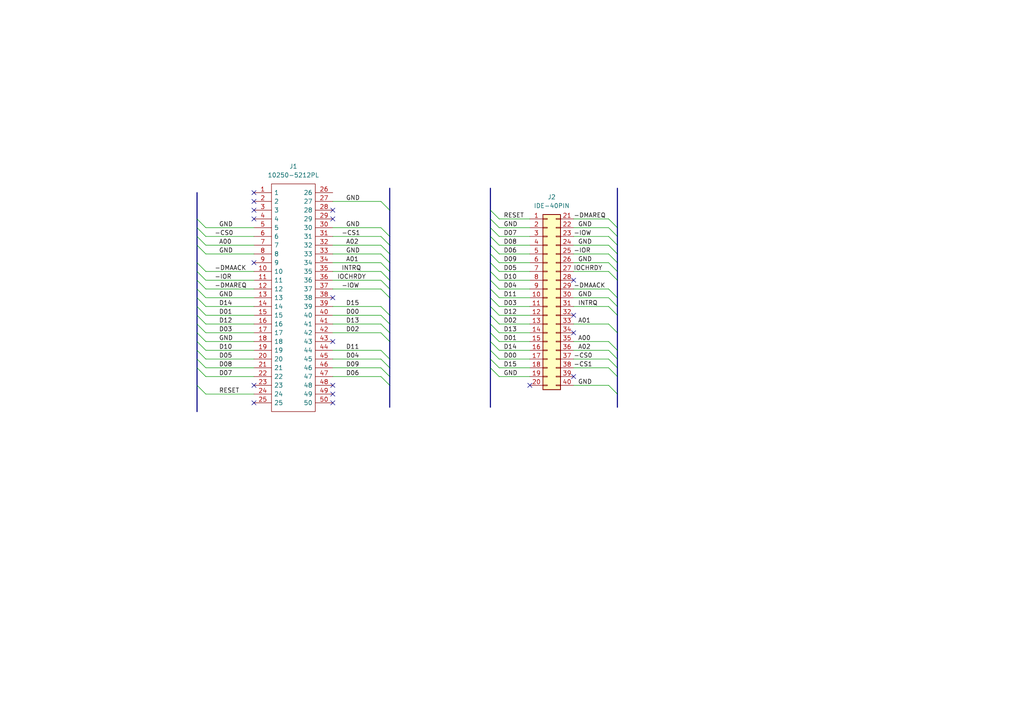
<source format=kicad_sch>
(kicad_sch (version 20211123) (generator eeschema)
  (paper "A4")
  (lib_symbols
    (symbol "Connector:10250-5212PL" (pin_names (offset 0.762))
      (property "Reference" "J1" (at 11.43 7.62 0))
      (property "Value" "10250-5212PL" (at 11.43 5.08 0))
      (symbol "10250-5212PL_0_0"
        (pin passive line (at 0 0 0) (length 5.08) (name "1") (number "1"))
        (pin passive line (at 0 -22.86 0) (length 5.08) (name "10") (number "10"))
        (pin passive line (at 0 -25.4 0) (length 5.08) (name "11") (number "11"))
        (pin passive line (at 0 -27.94 0) (length 5.08) (name "12") (number "12"))
        (pin passive line (at 0 -30.48 0) (length 5.08) (name "13") (number "13"))
        (pin passive line (at 0 -33.02 0) (length 5.08) (name "14") (number "14"))
        (pin passive line (at 0 -35.56 0) (length 5.08) (name "15") (number "15"))
        (pin passive line (at 0 -38.1 0) (length 5.08) (name "16") (number "16"))
        (pin passive line (at 0 -40.64 0) (length 5.08) (name "17") (number "17"))
        (pin passive line (at 0 -43.18 0) (length 5.08) (name "18") (number "18"))
        (pin passive line (at 0 -45.72 0) (length 5.08) (name "19") (number "19"))
        (pin passive line (at 0 -2.54 0) (length 5.08) (name "2") (number "2"))
        (pin passive line (at 0 -48.26 0) (length 5.08) (name "20") (number "20"))
        (pin passive line (at 0 -50.8 0) (length 5.08) (name "21") (number "21"))
        (pin passive line (at 0 -53.34 0) (length 5.08) (name "22") (number "22"))
        (pin passive line (at 0 -55.88 0) (length 5.08) (name "23") (number "23"))
        (pin passive line (at 0 -58.42 0) (length 5.08) (name "24") (number "24"))
        (pin passive line (at 0 -60.96 0) (length 5.08) (name "25") (number "25"))
        (pin passive line (at 22.86 0 180) (length 5.08) (name "26") (number "26"))
        (pin passive line (at 22.86 -2.54 180) (length 5.08) (name "27") (number "27"))
        (pin passive line (at 22.86 -5.08 180) (length 5.08) (name "28") (number "28"))
        (pin passive line (at 22.86 -7.62 180) (length 5.08) (name "29") (number "29"))
        (pin passive line (at 0 -5.08 0) (length 5.08) (name "3") (number "3"))
        (pin passive line (at 22.86 -10.16 180) (length 5.08) (name "30") (number "30"))
        (pin passive line (at 22.86 -12.7 180) (length 5.08) (name "31") (number "31"))
        (pin passive line (at 22.86 -15.24 180) (length 5.08) (name "32") (number "32"))
        (pin passive line (at 22.86 -17.78 180) (length 5.08) (name "33") (number "33"))
        (pin passive line (at 22.86 -20.32 180) (length 5.08) (name "34") (number "34"))
        (pin passive line (at 22.86 -22.86 180) (length 5.08) (name "35") (number "35"))
        (pin passive line (at 22.86 -25.4 180) (length 5.08) (name "36") (number "36"))
        (pin passive line (at 22.86 -27.94 180) (length 5.08) (name "37") (number "37"))
        (pin passive line (at 22.86 -30.48 180) (length 5.08) (name "38") (number "38"))
        (pin passive line (at 22.86 -33.02 180) (length 5.08) (name "39") (number "39"))
        (pin passive line (at 0 -7.62 0) (length 5.08) (name "4") (number "4"))
        (pin passive line (at 22.86 -35.56 180) (length 5.08) (name "40") (number "40"))
        (pin passive line (at 22.86 -38.1 180) (length 5.08) (name "41") (number "41"))
        (pin passive line (at 22.86 -40.64 180) (length 5.08) (name "42") (number "42"))
        (pin passive line (at 22.86 -43.18 180) (length 5.08) (name "43") (number "43"))
        (pin passive line (at 22.86 -45.72 180) (length 5.08) (name "44") (number "44"))
        (pin passive line (at 22.86 -48.26 180) (length 5.08) (name "45") (number "45"))
        (pin passive line (at 22.86 -50.8 180) (length 5.08) (name "46") (number "46"))
        (pin passive line (at 22.86 -53.34 180) (length 5.08) (name "47") (number "47"))
        (pin passive line (at 22.86 -55.88 180) (length 5.08) (name "48") (number "48"))
        (pin passive line (at 22.86 -58.42 180) (length 5.08) (name "49") (number "49"))
        (pin passive line (at 0 -10.16 0) (length 5.08) (name "5") (number "5"))
        (pin passive line (at 22.86 -60.96 180) (length 5.08) (name "50") (number "50"))
        (pin passive line (at 0 -12.7 0) (length 5.08) (name "6") (number "6"))
        (pin passive line (at 0 -15.24 0) (length 5.08) (name "7") (number "7"))
        (pin passive line (at 0 -17.78 0) (length 5.08) (name "8") (number "8"))
        (pin passive line (at 0 -20.32 0) (length 5.08) (name "9") (number "9"))
      )
      (symbol "10250-5212PL_0_1"
        (polyline (pts (xy 5.08 2.54) (xy 17.78 2.54) (xy 17.78 -63.5) (xy 5.08 -63.5) (xy 5.08 2.54)) (stroke (width 0.1524)))
      )
    )
    (symbol "Connector_Generic:Conn_02x20_Top_Bottom" (pin_names (offset 1.016) hide)
      (property "Reference" "J" (at 1.27 25.4 0))
      (property "Value" "Conn_02x20_Top_Bottom" (at 1.27 -27.94 0))
      (symbol "Conn_02x20_Top_Bottom_1_1"
        (rectangle (start -1.27 -25.273) (end 0 -25.527) (stroke (width 0.1524)))
        (rectangle (start -1.27 -22.733) (end 0 -22.987) (stroke (width 0.1524)))
        (rectangle (start -1.27 -20.193) (end 0 -20.447) (stroke (width 0.1524)))
        (rectangle (start -1.27 -17.653) (end 0 -17.907) (stroke (width 0.1524)))
        (rectangle (start -1.27 -15.113) (end 0 -15.367) (stroke (width 0.1524)))
        (rectangle (start -1.27 -12.573) (end 0 -12.827) (stroke (width 0.1524)))
        (rectangle (start -1.27 -10.033) (end 0 -10.287) (stroke (width 0.1524)))
        (rectangle (start -1.27 -7.493) (end 0 -7.747) (stroke (width 0.1524)))
        (rectangle (start -1.27 -4.953) (end 0 -5.207) (stroke (width 0.1524)))
        (rectangle (start -1.27 -2.413) (end 0 -2.667) (stroke (width 0.1524)))
        (rectangle (start -1.27 0.127) (end 0 -0.127) (stroke (width 0.1524)))
        (rectangle (start -1.27 2.667) (end 0 2.413) (stroke (width 0.1524)))
        (rectangle (start -1.27 5.207) (end 0 4.953) (stroke (width 0.1524)))
        (rectangle (start -1.27 7.747) (end 0 7.493) (stroke (width 0.1524)))
        (rectangle (start -1.27 10.287) (end 0 10.033) (stroke (width 0.1524)))
        (rectangle (start -1.27 12.827) (end 0 12.573) (stroke (width 0.1524)))
        (rectangle (start -1.27 15.367) (end 0 15.113) (stroke (width 0.1524)))
        (rectangle (start -1.27 17.907) (end 0 17.653) (stroke (width 0.1524)))
        (rectangle (start -1.27 20.447) (end 0 20.193) (stroke (width 0.1524)))
        (rectangle (start -1.27 22.987) (end 0 22.733) (stroke (width 0.1524)))
        (rectangle (start -1.27 24.13) (end 3.81 -26.67) (stroke (width 0.254)) (fill (type background)))
        (rectangle (start 3.81 -25.273) (end 2.54 -25.527) (stroke (width 0.1524)))
        (rectangle (start 3.81 -22.733) (end 2.54 -22.987) (stroke (width 0.1524)))
        (rectangle (start 3.81 -20.193) (end 2.54 -20.447) (stroke (width 0.1524)))
        (rectangle (start 3.81 -17.653) (end 2.54 -17.907) (stroke (width 0.1524)))
        (rectangle (start 3.81 -15.113) (end 2.54 -15.367) (stroke (width 0.1524)))
        (rectangle (start 3.81 -12.573) (end 2.54 -12.827) (stroke (width 0.1524)))
        (rectangle (start 3.81 -10.033) (end 2.54 -10.287) (stroke (width 0.1524)))
        (rectangle (start 3.81 -7.493) (end 2.54 -7.747) (stroke (width 0.1524)))
        (rectangle (start 3.81 -4.953) (end 2.54 -5.207) (stroke (width 0.1524)))
        (rectangle (start 3.81 -2.413) (end 2.54 -2.667) (stroke (width 0.1524)))
        (rectangle (start 3.81 0.127) (end 2.54 -0.127) (stroke (width 0.1524)))
        (rectangle (start 3.81 2.667) (end 2.54 2.413) (stroke (width 0.1524)))
        (rectangle (start 3.81 5.207) (end 2.54 4.953) (stroke (width 0.1524)))
        (rectangle (start 3.81 7.747) (end 2.54 7.493) (stroke (width 0.1524)))
        (rectangle (start 3.81 10.287) (end 2.54 10.033) (stroke (width 0.1524)))
        (rectangle (start 3.81 12.827) (end 2.54 12.573) (stroke (width 0.1524)))
        (rectangle (start 3.81 15.367) (end 2.54 15.113) (stroke (width 0.1524)))
        (rectangle (start 3.81 17.907) (end 2.54 17.653) (stroke (width 0.1524)))
        (rectangle (start 3.81 20.447) (end 2.54 20.193) (stroke (width 0.1524)))
        (rectangle (start 3.81 22.987) (end 2.54 22.733) (stroke (width 0.1524)))
        (pin passive line (at -5.08 22.86 0) (length 3.81) (name "Pin_1") (number "1"))
        (pin passive line (at -5.08 0 0) (length 3.81) (name "Pin_10") (number "10"))
        (pin passive line (at -5.08 -2.54 0) (length 3.81) (name "Pin_11") (number "11"))
        (pin passive line (at -5.08 -5.08 0) (length 3.81) (name "Pin_12") (number "12"))
        (pin passive line (at -5.08 -7.62 0) (length 3.81) (name "Pin_13") (number "13"))
        (pin passive line (at -5.08 -10.16 0) (length 3.81) (name "Pin_14") (number "14"))
        (pin passive line (at -5.08 -12.7 0) (length 3.81) (name "Pin_15") (number "15"))
        (pin passive line (at -5.08 -15.24 0) (length 3.81) (name "Pin_16") (number "16"))
        (pin passive line (at -5.08 -17.78 0) (length 3.81) (name "Pin_17") (number "17"))
        (pin passive line (at -5.08 -20.32 0) (length 3.81) (name "Pin_18") (number "18"))
        (pin passive line (at -5.08 -22.86 0) (length 3.81) (name "Pin_19") (number "19"))
        (pin passive line (at -5.08 20.32 0) (length 3.81) (name "Pin_2") (number "2"))
        (pin passive line (at -5.08 -25.4 0) (length 3.81) (name "Pin_20") (number "20"))
        (pin passive line (at 7.62 22.86 180) (length 3.81) (name "Pin_21") (number "21"))
        (pin passive line (at 7.62 20.32 180) (length 3.81) (name "Pin_22") (number "22"))
        (pin passive line (at 7.62 17.78 180) (length 3.81) (name "Pin_23") (number "23"))
        (pin passive line (at 7.62 15.24 180) (length 3.81) (name "Pin_24") (number "24"))
        (pin passive line (at 7.62 12.7 180) (length 3.81) (name "Pin_25") (number "25"))
        (pin passive line (at 7.62 10.16 180) (length 3.81) (name "Pin_26") (number "26"))
        (pin passive line (at 7.62 7.62 180) (length 3.81) (name "Pin_27") (number "27"))
        (pin passive line (at 7.62 5.08 180) (length 3.81) (name "Pin_28") (number "28"))
        (pin passive line (at 7.62 2.54 180) (length 3.81) (name "Pin_29") (number "29"))
        (pin passive line (at -5.08 17.78 0) (length 3.81) (name "Pin_3") (number "3"))
        (pin passive line (at 7.62 0 180) (length 3.81) (name "Pin_30") (number "30"))
        (pin passive line (at 7.62 -2.54 180) (length 3.81) (name "Pin_31") (number "31"))
        (pin passive line (at 7.62 -5.08 180) (length 3.81) (name "Pin_32") (number "32"))
        (pin passive line (at 7.62 -7.62 180) (length 3.81) (name "Pin_33") (number "33"))
        (pin passive line (at 7.62 -10.16 180) (length 3.81) (name "Pin_34") (number "34"))
        (pin passive line (at 7.62 -12.7 180) (length 3.81) (name "Pin_35") (number "35"))
        (pin passive line (at 7.62 -15.24 180) (length 3.81) (name "Pin_36") (number "36"))
        (pin passive line (at 7.62 -17.78 180) (length 3.81) (name "Pin_37") (number "37"))
        (pin passive line (at 7.62 -20.32 180) (length 3.81) (name "Pin_38") (number "38"))
        (pin passive line (at 7.62 -22.86 180) (length 3.81) (name "Pin_39") (number "39"))
        (pin passive line (at -5.08 15.24 0) (length 3.81) (name "Pin_4") (number "4"))
        (pin passive line (at 7.62 -25.4 180) (length 3.81) (name "Pin_40") (number "40"))
        (pin passive line (at -5.08 12.7 0) (length 3.81) (name "Pin_5") (number "5"))
        (pin passive line (at -5.08 10.16 0) (length 3.81) (name "Pin_6") (number "6"))
        (pin passive line (at -5.08 7.62 0) (length 3.81) (name "Pin_7") (number "7"))
        (pin passive line (at -5.08 5.08 0) (length 3.81) (name "Pin_8") (number "8"))
        (pin passive line (at -5.08 2.54 0) (length 3.81) (name "Pin_9") (number "9"))
      )
    )
  )
  (no_connect (at 96.52 86.36))
  (no_connect (at 153.67 111.76))
  (no_connect (at 166.37 81.28))
  (no_connect (at 73.66 111.76))
  (no_connect (at 73.66 116.84))
  (no_connect (at 73.66 55.88))
  (no_connect (at 73.66 60.96))
  (no_connect (at 73.66 58.42))
  (no_connect (at 73.66 76.2))
  (no_connect (at 73.66 63.5))
  (no_connect (at 166.37 96.52))
  (no_connect (at 166.37 91.44))
  (no_connect (at 96.52 114.3))
  (no_connect (at 96.52 60.96))
  (no_connect (at 96.52 63.5))
  (no_connect (at 96.52 99.06))
  (no_connect (at 166.37 109.22))
  (no_connect (at 96.52 111.76))
  (no_connect (at 96.52 116.84))
  (bus_entry (at 142.24 88.9) (size 2.54 2.54))
  (bus_entry (at 142.24 106.68) (size 2.54 2.54))
  (bus_entry (at 142.24 73.66) (size 2.54 2.54))
  (bus_entry (at 142.24 76.2) (size 2.54 2.54))
  (bus_entry (at 57.15 111.76) (size 2.54 2.54))
  (bus_entry (at 142.24 60.96) (size 2.54 2.54))
  (bus_entry (at 176.53 66.04) (size 2.54 2.54))
  (bus_entry (at 142.24 86.36) (size 2.54 2.54))
  (bus_entry (at 176.53 76.2) (size 2.54 2.54))
  (bus_entry (at 142.24 91.44) (size 2.54 2.54))
  (bus_entry (at 176.53 83.82) (size 2.54 2.54))
  (bus_entry (at 110.49 73.66) (size 2.54 2.54))
  (bus_entry (at 110.49 76.2) (size 2.54 2.54))
  (bus_entry (at 110.49 78.74) (size 2.54 2.54))
  (bus_entry (at 110.49 81.28) (size 2.54 2.54))
  (bus_entry (at 110.49 71.12) (size 2.54 2.54))
  (bus_entry (at 110.49 66.04) (size 2.54 2.54))
  (bus_entry (at 110.49 68.58) (size 2.54 2.54))
  (bus_entry (at 110.49 96.52) (size 2.54 2.54))
  (bus_entry (at 110.49 101.6) (size 2.54 2.54))
  (bus_entry (at 110.49 104.14) (size 2.54 2.54))
  (bus_entry (at 110.49 106.68) (size 2.54 2.54))
  (bus_entry (at 110.49 83.82) (size 2.54 2.54))
  (bus_entry (at 110.49 88.9) (size 2.54 2.54))
  (bus_entry (at 110.49 91.44) (size 2.54 2.54))
  (bus_entry (at 110.49 93.98) (size 2.54 2.54))
  (bus_entry (at 110.49 109.22) (size 2.54 2.54))
  (bus_entry (at 176.53 101.6) (size 2.54 2.54))
  (bus_entry (at 176.53 99.06) (size 2.54 2.54))
  (bus_entry (at 142.24 101.6) (size 2.54 2.54))
  (bus_entry (at 176.53 63.5) (size 2.54 2.54))
  (bus_entry (at 142.24 96.52) (size 2.54 2.54))
  (bus_entry (at 176.53 88.9) (size 2.54 2.54))
  (bus_entry (at 142.24 78.74) (size 2.54 2.54))
  (bus_entry (at 176.53 86.36) (size 2.54 2.54))
  (bus_entry (at 176.53 111.76) (size 2.54 2.54))
  (bus_entry (at 176.53 104.14) (size 2.54 2.54))
  (bus_entry (at 176.53 71.12) (size 2.54 2.54))
  (bus_entry (at 176.53 93.98) (size 2.54 2.54))
  (bus_entry (at 142.24 71.12) (size 2.54 2.54))
  (bus_entry (at 142.24 83.82) (size 2.54 2.54))
  (bus_entry (at 57.15 81.28) (size 2.54 2.54))
  (bus_entry (at 57.15 76.2) (size 2.54 2.54))
  (bus_entry (at 57.15 78.74) (size 2.54 2.54))
  (bus_entry (at 57.15 93.98) (size 2.54 2.54))
  (bus_entry (at 57.15 96.52) (size 2.54 2.54))
  (bus_entry (at 57.15 99.06) (size 2.54 2.54))
  (bus_entry (at 57.15 88.9) (size 2.54 2.54))
  (bus_entry (at 57.15 91.44) (size 2.54 2.54))
  (bus_entry (at 57.15 86.36) (size 2.54 2.54))
  (bus_entry (at 57.15 101.6) (size 2.54 2.54))
  (bus_entry (at 57.15 104.14) (size 2.54 2.54))
  (bus_entry (at 57.15 106.68) (size 2.54 2.54))
  (bus_entry (at 57.15 83.82) (size 2.54 2.54))
  (bus_entry (at 142.24 93.98) (size 2.54 2.54))
  (bus_entry (at 142.24 104.14) (size 2.54 2.54))
  (bus_entry (at 176.53 68.58) (size 2.54 2.54))
  (bus_entry (at 110.49 58.42) (size 2.54 2.54))
  (bus_entry (at 142.24 68.58) (size 2.54 2.54))
  (bus_entry (at 57.15 63.5) (size 2.54 2.54))
  (bus_entry (at 57.15 68.58) (size 2.54 2.54))
  (bus_entry (at 57.15 66.04) (size 2.54 2.54))
  (bus_entry (at 57.15 71.12) (size 2.54 2.54))
  (bus_entry (at 176.53 73.66) (size 2.54 2.54))
  (bus_entry (at 142.24 63.5) (size 2.54 2.54))
  (bus_entry (at 142.24 99.06) (size 2.54 2.54))
  (bus_entry (at 142.24 66.04) (size 2.54 2.54))
  (bus_entry (at 142.24 81.28) (size 2.54 2.54))
  (bus_entry (at 176.53 106.68) (size 2.54 2.54))
  (bus_entry (at 176.53 78.74) (size 2.54 2.54))
  (bus (pts (xy 179.07 91.44) (xy 179.07 96.52)))
  (wire (pts (xy 96.52 81.28) (xy 110.49 81.28)))
  (wire (pts (xy 59.69 109.22) (xy 73.66 109.22)))
  (bus (pts (xy 142.24 86.36) (xy 142.24 88.9)))
  (bus (pts (xy 113.03 71.12) (xy 113.03 73.66)))
  (bus (pts (xy 179.07 76.2) (xy 179.07 78.74)))
  (wire (pts (xy 96.52 88.9) (xy 110.49 88.9)))
  (bus (pts (xy 113.03 78.74) (xy 113.03 81.28)))
  (bus (pts (xy 142.24 101.6) (xy 142.24 104.14)))
  (bus (pts (xy 113.03 60.96) (xy 113.03 68.58)))
  (wire (pts (xy 144.78 68.58) (xy 153.67 68.58)))
  (bus (pts (xy 142.24 66.04) (xy 142.24 68.58)))
  (wire (pts (xy 96.52 101.6) (xy 110.49 101.6)))
  (bus (pts (xy 179.07 66.04) (xy 179.07 68.58)))
  (bus (pts (xy 142.24 83.82) (xy 142.24 86.36)))
  (bus (pts (xy 57.15 71.12) (xy 57.15 76.2)))
  (wire (pts (xy 59.69 88.9) (xy 73.66 88.9)))
  (wire (pts (xy 96.52 83.82) (xy 110.49 83.82)))
  (wire (pts (xy 96.52 73.66) (xy 110.49 73.66)))
  (wire (pts (xy 59.69 104.14) (xy 73.66 104.14)))
  (wire (pts (xy 59.69 114.3) (xy 73.66 114.3)))
  (bus (pts (xy 179.07 73.66) (xy 179.07 76.2)))
  (bus (pts (xy 179.07 101.6) (xy 179.07 104.14)))
  (wire (pts (xy 144.78 78.74) (xy 153.67 78.74)))
  (bus (pts (xy 113.03 104.14) (xy 113.03 106.68)))
  (bus (pts (xy 57.15 91.44) (xy 57.15 93.98)))
  (bus (pts (xy 142.24 63.5) (xy 142.24 66.04)))
  (bus (pts (xy 57.15 83.82) (xy 57.15 86.36)))
  (wire (pts (xy 96.52 76.2) (xy 110.49 76.2)))
  (wire (pts (xy 144.78 83.82) (xy 153.67 83.82)))
  (wire (pts (xy 144.78 109.22) (xy 153.67 109.22)))
  (wire (pts (xy 166.37 88.9) (xy 176.53 88.9)))
  (bus (pts (xy 142.24 60.96) (xy 142.24 63.5)))
  (wire (pts (xy 166.37 104.14) (xy 176.53 104.14)))
  (wire (pts (xy 166.37 86.36) (xy 176.53 86.36)))
  (bus (pts (xy 57.15 66.04) (xy 57.15 68.58)))
  (bus (pts (xy 57.15 93.98) (xy 57.15 96.52)))
  (wire (pts (xy 59.69 106.68) (xy 73.66 106.68)))
  (bus (pts (xy 57.15 68.58) (xy 57.15 71.12)))
  (bus (pts (xy 179.07 96.52) (xy 179.07 101.6)))
  (bus (pts (xy 113.03 76.2) (xy 113.03 78.74)))
  (bus (pts (xy 57.15 99.06) (xy 57.15 101.6)))
  (wire (pts (xy 144.78 81.28) (xy 153.67 81.28)))
  (bus (pts (xy 113.03 109.22) (xy 113.03 111.76)))
  (bus (pts (xy 57.15 101.6) (xy 57.15 104.14)))
  (wire (pts (xy 59.69 71.12) (xy 73.66 71.12)))
  (wire (pts (xy 96.52 106.68) (xy 110.49 106.68)))
  (wire (pts (xy 59.69 86.36) (xy 73.66 86.36)))
  (wire (pts (xy 166.37 76.2) (xy 176.53 76.2)))
  (wire (pts (xy 166.37 68.58) (xy 176.53 68.58)))
  (wire (pts (xy 144.78 63.5) (xy 153.67 63.5)))
  (bus (pts (xy 179.07 114.3) (xy 179.07 118.11)))
  (wire (pts (xy 144.78 106.68) (xy 153.67 106.68)))
  (wire (pts (xy 59.69 68.58) (xy 73.66 68.58)))
  (bus (pts (xy 179.07 78.74) (xy 179.07 81.28)))
  (wire (pts (xy 96.52 68.58) (xy 110.49 68.58)))
  (wire (pts (xy 144.78 88.9) (xy 153.67 88.9)))
  (wire (pts (xy 59.69 81.28) (xy 73.66 81.28)))
  (bus (pts (xy 113.03 81.28) (xy 113.03 83.82)))
  (wire (pts (xy 144.78 101.6) (xy 153.67 101.6)))
  (wire (pts (xy 166.37 106.68) (xy 176.53 106.68)))
  (bus (pts (xy 57.15 55.88) (xy 57.15 63.5)))
  (wire (pts (xy 144.78 86.36) (xy 153.67 86.36)))
  (bus (pts (xy 179.07 109.22) (xy 179.07 114.3)))
  (wire (pts (xy 166.37 93.98) (xy 176.53 93.98)))
  (bus (pts (xy 179.07 106.68) (xy 179.07 109.22)))
  (wire (pts (xy 166.37 71.12) (xy 176.53 71.12)))
  (bus (pts (xy 113.03 106.68) (xy 113.03 109.22)))
  (bus (pts (xy 113.03 73.66) (xy 113.03 76.2)))
  (bus (pts (xy 142.24 91.44) (xy 142.24 93.98)))
  (bus (pts (xy 113.03 111.76) (xy 113.03 118.11)))
  (wire (pts (xy 96.52 66.04) (xy 110.49 66.04)))
  (bus (pts (xy 142.24 106.68) (xy 142.24 118.11)))
  (bus (pts (xy 142.24 78.74) (xy 142.24 81.28)))
  (wire (pts (xy 59.69 73.66) (xy 73.66 73.66)))
  (wire (pts (xy 144.78 91.44) (xy 153.67 91.44)))
  (wire (pts (xy 144.78 96.52) (xy 153.67 96.52)))
  (wire (pts (xy 59.69 96.52) (xy 73.66 96.52)))
  (bus (pts (xy 179.07 71.12) (xy 179.07 73.66)))
  (bus (pts (xy 57.15 111.76) (xy 57.15 119.38)))
  (wire (pts (xy 96.52 71.12) (xy 110.49 71.12)))
  (wire (pts (xy 96.52 104.14) (xy 110.49 104.14)))
  (bus (pts (xy 57.15 88.9) (xy 57.15 91.44)))
  (bus (pts (xy 142.24 99.06) (xy 142.24 101.6)))
  (bus (pts (xy 57.15 96.52) (xy 57.15 99.06)))
  (bus (pts (xy 142.24 54.61) (xy 142.24 60.96)))
  (bus (pts (xy 57.15 78.74) (xy 57.15 81.28)))
  (bus (pts (xy 57.15 76.2) (xy 57.15 78.74)))
  (bus (pts (xy 179.07 104.14) (xy 179.07 106.68)))
  (wire (pts (xy 96.52 93.98) (xy 110.49 93.98)))
  (wire (pts (xy 96.52 78.74) (xy 110.49 78.74)))
  (bus (pts (xy 113.03 91.44) (xy 113.03 93.98)))
  (bus (pts (xy 57.15 104.14) (xy 57.15 106.68)))
  (bus (pts (xy 57.15 106.68) (xy 57.15 111.76)))
  (bus (pts (xy 142.24 96.52) (xy 142.24 99.06)))
  (wire (pts (xy 144.78 73.66) (xy 153.67 73.66)))
  (wire (pts (xy 96.52 109.22) (xy 110.49 109.22)))
  (bus (pts (xy 57.15 63.5) (xy 57.15 66.04)))
  (bus (pts (xy 113.03 54.61) (xy 113.03 60.96)))
  (bus (pts (xy 57.15 86.36) (xy 57.15 88.9)))
  (wire (pts (xy 166.37 99.06) (xy 176.53 99.06)))
  (bus (pts (xy 142.24 71.12) (xy 142.24 73.66)))
  (bus (pts (xy 142.24 73.66) (xy 142.24 76.2)))
  (bus (pts (xy 113.03 86.36) (xy 113.03 91.44)))
  (wire (pts (xy 144.78 104.14) (xy 153.67 104.14)))
  (wire (pts (xy 96.52 96.52) (xy 110.49 96.52)))
  (wire (pts (xy 59.69 91.44) (xy 73.66 91.44)))
  (bus (pts (xy 113.03 83.82) (xy 113.03 86.36)))
  (wire (pts (xy 59.69 66.04) (xy 73.66 66.04)))
  (bus (pts (xy 57.15 81.28) (xy 57.15 83.82)))
  (bus (pts (xy 113.03 93.98) (xy 113.03 96.52)))
  (wire (pts (xy 144.78 71.12) (xy 153.67 71.12)))
  (wire (pts (xy 59.69 83.82) (xy 73.66 83.82)))
  (wire (pts (xy 166.37 66.04) (xy 176.53 66.04)))
  (wire (pts (xy 144.78 93.98) (xy 153.67 93.98)))
  (wire (pts (xy 96.52 91.44) (xy 110.49 91.44)))
  (wire (pts (xy 59.69 99.06) (xy 73.66 99.06)))
  (wire (pts (xy 166.37 83.82) (xy 176.53 83.82)))
  (wire (pts (xy 166.37 63.5) (xy 176.53 63.5)))
  (bus (pts (xy 179.07 88.9) (xy 179.07 91.44)))
  (wire (pts (xy 166.37 78.74) (xy 176.53 78.74)))
  (wire (pts (xy 144.78 76.2) (xy 153.67 76.2)))
  (bus (pts (xy 142.24 81.28) (xy 142.24 83.82)))
  (wire (pts (xy 59.69 101.6) (xy 73.66 101.6)))
  (wire (pts (xy 96.52 58.42) (xy 110.49 58.42)))
  (bus (pts (xy 142.24 104.14) (xy 142.24 106.68)))
  (bus (pts (xy 179.07 81.28) (xy 179.07 86.36)))
  (wire (pts (xy 166.37 73.66) (xy 176.53 73.66)))
  (bus (pts (xy 142.24 93.98) (xy 142.24 96.52)))
  (wire (pts (xy 166.37 101.6) (xy 176.53 101.6)))
  (wire (pts (xy 144.78 66.04) (xy 153.67 66.04)))
  (bus (pts (xy 142.24 68.58) (xy 142.24 71.12)))
  (bus (pts (xy 179.07 54.61) (xy 179.07 66.04)))
  (bus (pts (xy 113.03 68.58) (xy 113.03 71.12)))
  (bus (pts (xy 179.07 68.58) (xy 179.07 71.12)))
  (bus (pts (xy 113.03 99.06) (xy 113.03 104.14)))
  (wire (pts (xy 166.37 111.76) (xy 176.53 111.76)))
  (bus (pts (xy 142.24 88.9) (xy 142.24 91.44)))
  (wire (pts (xy 59.69 93.98) (xy 73.66 93.98)))
  (bus (pts (xy 142.24 76.2) (xy 142.24 78.74)))
  (bus (pts (xy 113.03 96.52) (xy 113.03 99.06)))
  (wire (pts (xy 144.78 99.06) (xy 153.67 99.06)))
  (bus (pts (xy 179.07 86.36) (xy 179.07 88.9)))
  (wire (pts (xy 59.69 78.74) (xy 73.66 78.74)))
  (label "D03" (at 63.5 96.52 0))
  (label "GND" (at 100.33 58.42 0))
  (label "A00" (at 167.64 99.06 0))
  (label "D02" (at 146.05 93.98 0))
  (label "-CS0" (at 166.37 104.14 0))
  (label "D11" (at 146.05 86.36 0))
  (label "D08" (at 146.05 71.12 0))
  (label "GND" (at 146.05 66.04 0))
  (label "D11" (at 100.33 101.6 0))
  (label "D06" (at 146.05 73.66 0))
  (label "D14" (at 146.05 101.6 0))
  (label "-DMAACK" (at 166.37 83.82 0))
  (label "D10" (at 63.5 101.6 0))
  (label "D05" (at 63.5 104.14 0))
  (label "-DMAREQ" (at 166.37 63.5 0))
  (label "D05" (at 146.05 78.74 0))
  (label "D15" (at 100.33 88.9 0))
  (label "GND" (at 63.5 86.36 0))
  (label "D07" (at 146.05 68.58 0))
  (label "GND" (at 167.64 111.76 0))
  (label "D09" (at 100.33 106.68 0))
  (label "D01" (at 63.5 91.44 0))
  (label "D02" (at 100.33 96.52 0))
  (label "D03" (at 146.05 88.9 0))
  (label "-CS0" (at 62.23 68.58 0))
  (label "A02" (at 167.64 101.6 0))
  (label "D08" (at 63.5 106.68 0))
  (label "GND" (at 167.64 86.36 0))
  (label "-CS1" (at 166.37 106.68 0))
  (label "D14" (at 63.5 88.9 0))
  (label "INTRQ" (at 167.64 88.9 0))
  (label "D15" (at 146.05 106.68 0))
  (label "D04" (at 100.33 104.14 0))
  (label "IOCHRDY" (at 97.79 81.28 0))
  (label "-IOW" (at 166.37 68.58 0))
  (label "GND" (at 63.5 99.06 0))
  (label "RESET" (at 146.05 63.5 0))
  (label "A01" (at 100.33 76.2 0))
  (label "IOCHRDY" (at 166.37 78.74 0))
  (label "D07" (at 63.5 109.22 0))
  (label "D12" (at 146.05 91.44 0))
  (label "GND" (at 63.5 66.04 0))
  (label "-IOW" (at 99.06 83.82 0))
  (label "A00" (at 63.5 71.12 0))
  (label "RESET" (at 63.5 114.3 0))
  (label "GND" (at 146.05 109.22 0))
  (label "D12" (at 63.5 93.98 0))
  (label "A02" (at 100.33 71.12 0))
  (label "GND" (at 167.64 66.04 0))
  (label "D10" (at 146.05 81.28 0))
  (label "-IOR" (at 62.23 81.28 0))
  (label "GND" (at 167.64 71.12 0))
  (label "A01" (at 167.64 93.98 0))
  (label "D09" (at 146.05 76.2 0))
  (label "-DMAREQ" (at 62.23 83.82 0))
  (label "GND" (at 167.64 76.2 0))
  (label "-DMAACK" (at 62.23 78.74 0))
  (label "D06" (at 100.33 109.22 0))
  (label "-IOR" (at 166.37 73.66 0))
  (label "D00" (at 100.33 91.44 0))
  (label "D00" (at 146.05 104.14 0))
  (label "D04" (at 146.05 83.82 0))
  (label "GND" (at 100.33 73.66 0))
  (label "D01" (at 146.05 99.06 0))
  (label "D13" (at 146.05 96.52 0))
  (label "GND" (at 63.5 73.66 0))
  (label "INTRQ" (at 99.06 78.74 0))
  (label "GND" (at 100.33 66.04 0))
  (label "D13" (at 100.33 93.98 0))
  (label "-CS1" (at 99.06 68.58 0))
  (symbol (lib_id "Connector_Generic:Conn_02x20_Top_Bottom") (at 158.75 86.36 0) (unit 1)
    (property "Reference" "J2" (at 160.02 57.15 0))
    (property "Value" "IDE-40PIN" (at 160.02 59.69 0))
    (property "Footprint" "Connector_PinSocket_2.54mm:PinSocket_2x20_P2.54mm_Horizontal" (effects hide))
  )
  (symbol (lib_id "Connector:10250-5212PL") (at 73.66 55.88 0) (unit 1)
    (property "Reference" "J1" (at 85.09 48.26 0))
    (property "Value" "10250-5212PL" (at 85.09 50.8 0))
    (property "Footprint" "Connector:102505212PL" (effects hide))
    (property "Datasheet" "https://componentsearchengine.com/Datasheets/2/10250-5212PL.pdf" (effects hide))
    (property "Description" "3M 102 Series, Female 50 pin Right Angle Through Hole SCSI Connector 2.54mm Pitch, Solder" (effects hide))
    (property "Height" "9" (effects hide))
    (property "Manufacturer_Name" "3M" (effects hide))
    (property "Manufacturer_Part_Number" "10250-5212PL" (effects hide))
    (property "Mouser Part Number" "N/A" (effects hide))
    (property "Mouser Price/Stock" "https://www.mouser.co.uk/ProductDetail/3M/10250-5212PL?qs=ajwuz53Bn070n1gV%2FVGkYQ%3D%3D" (effects hide))
    (property "Arrow Part Number" "10250-5212PL" (effects hide))
    (property "Arrow Price/Stock" "https://www.arrow.com/en/products/10250-5212-pl/3m?region=europe" (effects hide))
  )
)
</source>
